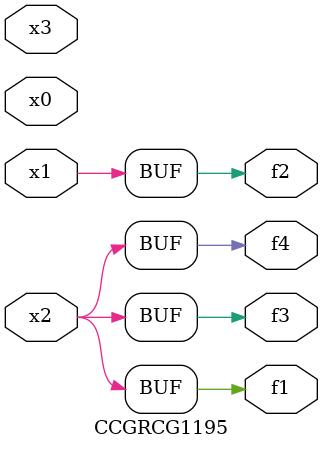
<source format=v>
module CCGRCG1195(
	input x0, x1, x2, x3,
	output f1, f2, f3, f4
);
	assign f1 = x2;
	assign f2 = x1;
	assign f3 = x2;
	assign f4 = x2;
endmodule

</source>
